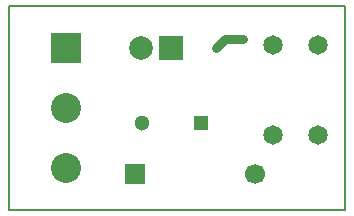
<source format=gbr>
G04 #@! TF.FileFunction,Copper,L1,Top,Signal*
%FSLAX46Y46*%
G04 Gerber Fmt 4.6, Leading zero omitted, Abs format (unit mm)*
G04 Created by KiCad (PCBNEW 4.0.2-stable) date 07/05/2016 12:43:24*
%MOMM*%
G01*
G04 APERTURE LIST*
%ADD10C,0.100000*%
%ADD11C,0.150000*%
%ADD12R,1.300000X1.300000*%
%ADD13C,1.300000*%
%ADD14R,2.000000X2.000000*%
%ADD15C,2.000000*%
%ADD16C,1.699260*%
%ADD17R,1.699260X1.699260*%
%ADD18R,2.540000X2.540000*%
%ADD19C,2.540000*%
%ADD20C,1.651000*%
%ADD21C,0.600000*%
%ADD22C,0.800000*%
G04 APERTURE END LIST*
D10*
D11*
X160782000Y-92456000D02*
X155194000Y-92456000D01*
X160782000Y-109728000D02*
X160782000Y-92456000D01*
X155194000Y-109728000D02*
X160782000Y-109728000D01*
X132334000Y-92456000D02*
X133350000Y-92456000D01*
X132334000Y-109728000D02*
X132334000Y-92456000D01*
X155194000Y-109728000D02*
X132334000Y-109728000D01*
X133350000Y-92456000D02*
X155194000Y-92456000D01*
D12*
X148590000Y-102362000D03*
D13*
X143590000Y-102362000D03*
D14*
X146050000Y-96012000D03*
D15*
X143510000Y-96012000D03*
D16*
X153162520Y-106677460D03*
D17*
X143002520Y-106677460D03*
D18*
X137160000Y-96012000D03*
D19*
X137160000Y-101092000D03*
X137160000Y-106172000D03*
D20*
X158496000Y-95758000D03*
X158496000Y-103378000D03*
X154686000Y-95758000D03*
X154686000Y-103378000D03*
D21*
X152146000Y-95250000D03*
X149860000Y-96012000D03*
D22*
X150622000Y-95250000D02*
X152146000Y-95250000D01*
X149860000Y-96012000D02*
X150622000Y-95250000D01*
M02*

</source>
